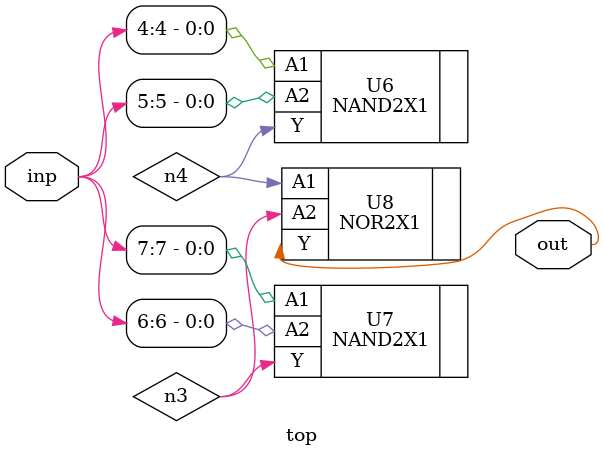
<source format=sv>


module top ( inp, out );
  input [7:0] inp;
  output out;
  wire   n3, n4;

  NAND2X1 U6 ( .A1(inp[4]), .A2(inp[5]), .Y(n4) );
  NAND2X1 U7 ( .A1(inp[7]), .A2(inp[6]), .Y(n3) );
  NOR2X1 U8 ( .A1(n4), .A2(n3), .Y(out) );
endmodule


</source>
